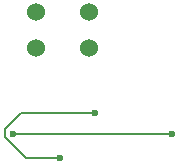
<source format=gbr>
%TF.GenerationSoftware,KiCad,Pcbnew,8.0.6*%
%TF.CreationDate,2024-10-27T16:48:45-04:00*%
%TF.ProjectId,monostable,6d6f6e6f-7374-4616-926c-652e6b696361,rev?*%
%TF.SameCoordinates,Original*%
%TF.FileFunction,Copper,L2,Bot*%
%TF.FilePolarity,Positive*%
%FSLAX46Y46*%
G04 Gerber Fmt 4.6, Leading zero omitted, Abs format (unit mm)*
G04 Created by KiCad (PCBNEW 8.0.6) date 2024-10-27 16:48:45*
%MOMM*%
%LPD*%
G01*
G04 APERTURE LIST*
%TA.AperFunction,ComponentPad*%
%ADD10C,1.524000*%
%TD*%
%TA.AperFunction,ViaPad*%
%ADD11C,0.600000*%
%TD*%
%TA.AperFunction,Conductor*%
%ADD12C,0.200000*%
%TD*%
G04 APERTURE END LIST*
D10*
%TO.P,J2,1,Pin_1*%
%TO.N,VCC*%
X129250000Y-41994000D03*
%TO.P,J2,2,Pin_2*%
%TO.N,GND*%
X133750000Y-41994000D03*
%TD*%
%TO.P,J1,1,Pin_1*%
%TO.N,Net-(J1-Pin_1)*%
X129250000Y-38959999D03*
%TO.P,J1,2,Pin_2*%
%TO.N,GND*%
X133750000Y-38959999D03*
%TD*%
D11*
%TO.N,GND*%
X134250000Y-47500000D03*
X131250000Y-51250000D03*
%TO.N,Net-(U1-CV)*%
X127250000Y-49250000D03*
X140750000Y-49250000D03*
%TD*%
D12*
%TO.N,GND*%
X128000000Y-47500000D02*
X134250000Y-47500000D01*
X126650000Y-48850000D02*
X128000000Y-47500000D01*
X126650000Y-49498529D02*
X126650000Y-48850000D01*
X128401471Y-51250000D02*
X126650000Y-49498529D01*
X131250000Y-51250000D02*
X128401471Y-51250000D01*
%TO.N,Net-(U1-CV)*%
X140750000Y-49250000D02*
X127250000Y-49250000D01*
%TD*%
M02*

</source>
